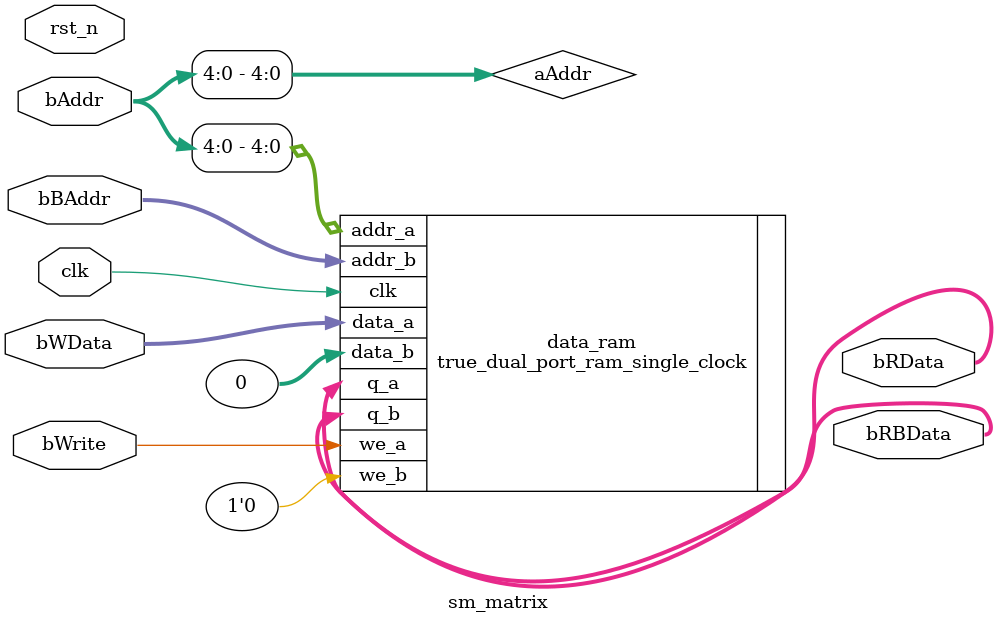
<source format=v>


module sm_matrix
(
    //bus side
    input             clk,
    input             rst_n,
    input      [31:0] bAddr,    // bus address
    input             bWrite,   // bus write enable
    input      [31:0] bWData,   // bus write data
    output     [31:0] bRData,   // bus read data

    input      [4:0]  bBAddr,   // debug addr
    output     [31:0] bRBData   // debug read data
);
    // bus wires
    wire [4:0] aAddr = bAddr[4:0];


    true_dual_port_ram_single_clock data_ram
    (
        .addr_a ( aAddr     ),
        .addr_b ( bBAddr    ),
        .clk    ( clk       ),
        .data_a ( bWData    ),
        .data_b ( 32'b0     ),
        .we_a   ( bWrite    ),
        .we_b   ( 1'b0      ),
        .q_a    ( bRData    ),
        .q_b    ( bRBData   )
    );
/*
    ram ram_2port
    (
        .address_a ( aAddr     ),
        .address_b ( bBAddr    ),
        .clock    ( clk       ),
        .data_a ( bWData    ),
        .data_b ( 32'b0     ),
        .wren_a   ( bWrite    ),
        .wren_b   ( 1'b0      ),
        .q_a    ( bRData    ),
        .q_b    ( bRBData   )
    );

*/
endmodule
</source>
